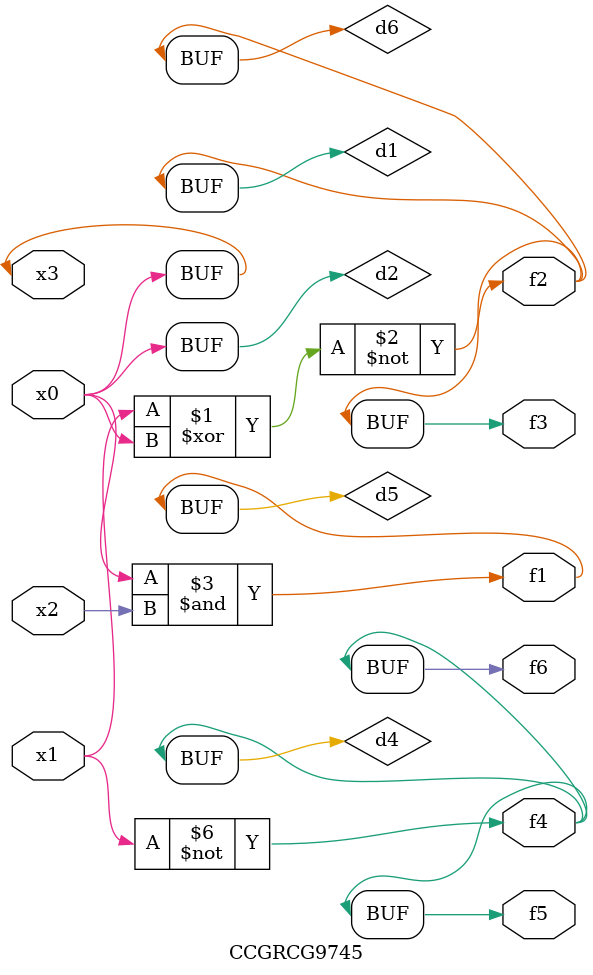
<source format=v>
module CCGRCG9745(
	input x0, x1, x2, x3,
	output f1, f2, f3, f4, f5, f6
);

	wire d1, d2, d3, d4, d5, d6;

	xnor (d1, x1, x3);
	buf (d2, x0, x3);
	nand (d3, x0, x2);
	not (d4, x1);
	nand (d5, d3);
	or (d6, d1);
	assign f1 = d5;
	assign f2 = d6;
	assign f3 = d6;
	assign f4 = d4;
	assign f5 = d4;
	assign f6 = d4;
endmodule

</source>
